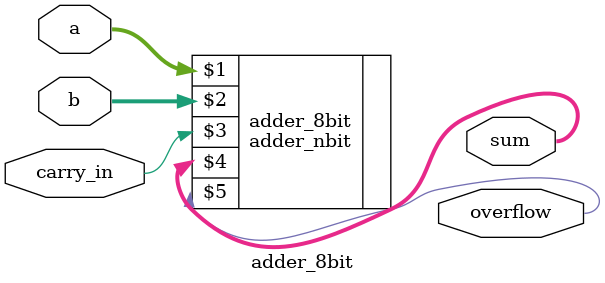
<source format=sv>

module adder_8bit
(
	input wire [7:0] a,
	input wire [7:0] b,
	input wire carry_in,
	output wire [7:0] sum,
	output wire overflow
);

	// STUDENT: Fill in the correct port map with parameter override syntax for using your n-bit ripple carry adder design to be an 8-bit ripple carry adder design
adder_nbit #(.BIT_WIDTH(8)) adder_8bit(a, b, carry_in, sum, overflow);
endmodule

</source>
